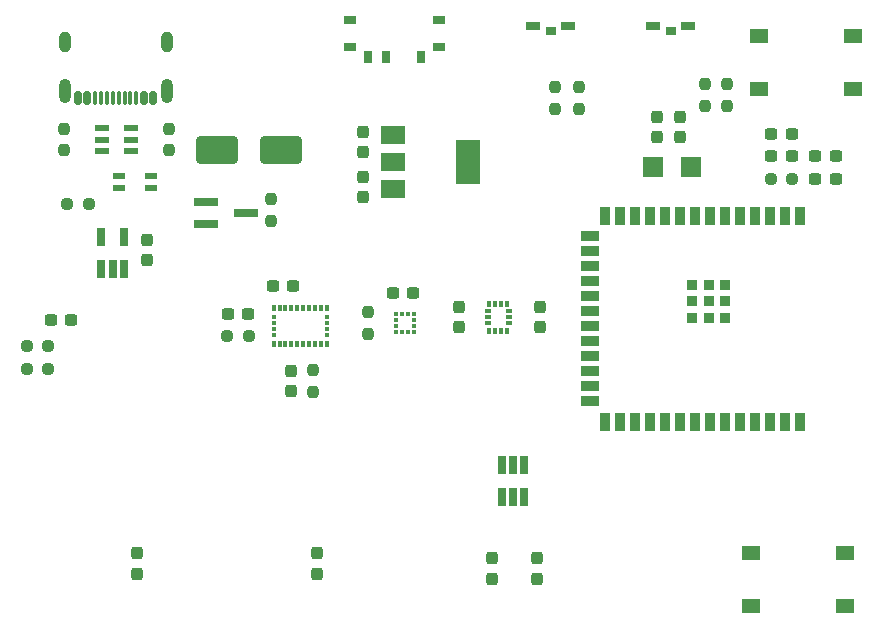
<source format=gbr>
%TF.GenerationSoftware,KiCad,Pcbnew,7.0.8*%
%TF.CreationDate,2024-03-17T18:00:06+01:00*%
%TF.ProjectId,HM_mainboard,484d5f6d-6169-46e6-926f-6172642e6b69,rev?*%
%TF.SameCoordinates,Original*%
%TF.FileFunction,Paste,Top*%
%TF.FilePolarity,Positive*%
%FSLAX46Y46*%
G04 Gerber Fmt 4.6, Leading zero omitted, Abs format (unit mm)*
G04 Created by KiCad (PCBNEW 7.0.8) date 2024-03-17 18:00:06*
%MOMM*%
%LPD*%
G01*
G04 APERTURE LIST*
G04 Aperture macros list*
%AMRoundRect*
0 Rectangle with rounded corners*
0 $1 Rounding radius*
0 $2 $3 $4 $5 $6 $7 $8 $9 X,Y pos of 4 corners*
0 Add a 4 corners polygon primitive as box body*
4,1,4,$2,$3,$4,$5,$6,$7,$8,$9,$2,$3,0*
0 Add four circle primitives for the rounded corners*
1,1,$1+$1,$2,$3*
1,1,$1+$1,$4,$5*
1,1,$1+$1,$6,$7*
1,1,$1+$1,$8,$9*
0 Add four rect primitives between the rounded corners*
20,1,$1+$1,$2,$3,$4,$5,0*
20,1,$1+$1,$4,$5,$6,$7,0*
20,1,$1+$1,$6,$7,$8,$9,0*
20,1,$1+$1,$8,$9,$2,$3,0*%
G04 Aperture macros list end*
%ADD10RoundRect,0.237500X0.237500X-0.300000X0.237500X0.300000X-0.237500X0.300000X-0.237500X-0.300000X0*%
%ADD11RoundRect,0.237500X-0.237500X0.250000X-0.237500X-0.250000X0.237500X-0.250000X0.237500X0.250000X0*%
%ADD12RoundRect,0.237500X0.237500X-0.250000X0.237500X0.250000X-0.237500X0.250000X-0.237500X-0.250000X0*%
%ADD13R,0.650000X1.560000*%
%ADD14R,0.304800X0.533400*%
%ADD15R,0.431800X0.304800*%
%ADD16RoundRect,0.031500X-0.143500X0.168500X-0.143500X-0.168500X0.143500X-0.168500X0.143500X0.168500X0*%
%ADD17RoundRect,0.035000X-0.165000X0.140000X-0.165000X-0.140000X0.165000X-0.140000X0.165000X0.140000X0*%
%ADD18RoundRect,0.237500X-0.237500X0.300000X-0.237500X-0.300000X0.237500X-0.300000X0.237500X0.300000X0*%
%ADD19R,0.900000X1.500000*%
%ADD20R,1.500000X0.900000*%
%ADD21R,0.900000X0.900000*%
%ADD22R,1.750000X1.800000*%
%ADD23R,0.700000X1.000000*%
%ADD24R,1.000000X0.800000*%
%ADD25RoundRect,0.237500X-0.300000X-0.237500X0.300000X-0.237500X0.300000X0.237500X-0.300000X0.237500X0*%
%ADD26R,1.550000X1.300000*%
%ADD27R,1.150000X0.600000*%
%ADD28RoundRect,0.237500X-0.250000X-0.237500X0.250000X-0.237500X0.250000X0.237500X-0.250000X0.237500X0*%
%ADD29RoundRect,0.250000X-1.500000X-0.900000X1.500000X-0.900000X1.500000X0.900000X-1.500000X0.900000X0*%
%ADD30RoundRect,0.237500X0.300000X0.237500X-0.300000X0.237500X-0.300000X-0.237500X0.300000X-0.237500X0*%
%ADD31R,1.100000X0.600000*%
%ADD32RoundRect,0.150000X0.150000X0.425000X-0.150000X0.425000X-0.150000X-0.425000X0.150000X-0.425000X0*%
%ADD33RoundRect,0.075000X0.075000X0.500000X-0.075000X0.500000X-0.075000X-0.500000X0.075000X-0.500000X0*%
%ADD34O,1.000000X2.100000*%
%ADD35O,1.000000X1.800000*%
%ADD36R,2.000000X0.650000*%
%ADD37RoundRect,0.237500X0.250000X0.237500X-0.250000X0.237500X-0.250000X-0.237500X0.250000X-0.237500X0*%
%ADD38R,0.900000X0.700000*%
%ADD39R,1.200000X0.700000*%
%ADD40R,2.000000X1.500000*%
%ADD41R,2.000000X3.800000*%
%ADD42R,0.300000X0.600000*%
%ADD43R,0.600000X0.300000*%
G04 APERTURE END LIST*
D10*
%TO.C,C16*%
X166116000Y-99922500D03*
X166116000Y-98197500D03*
%TD*%
D11*
%TO.C,R14*%
X146892474Y-103547225D03*
X146892474Y-105372225D03*
%TD*%
D12*
%TO.C,R8*%
X180086000Y-81176500D03*
X180086000Y-79351500D03*
%TD*%
D13*
%TO.C,U4*%
X162880000Y-114300000D03*
X163830000Y-114300000D03*
X164780000Y-114300000D03*
X164780000Y-111600000D03*
X163830000Y-111600000D03*
X162880000Y-111600000D03*
%TD*%
D14*
%TO.C,U6*%
X143546001Y-98285300D03*
D15*
X143560800Y-99071999D03*
X143560800Y-99572000D03*
X143560800Y-100072000D03*
X143560800Y-100572001D03*
D14*
X143546001Y-101358700D03*
X144046001Y-101358700D03*
X144546000Y-101358700D03*
X145045999Y-101358700D03*
X145546000Y-101358700D03*
X146046000Y-101358700D03*
X146546001Y-101358700D03*
X147046000Y-101358700D03*
X147545999Y-101358700D03*
X148045999Y-101358700D03*
D15*
X148031200Y-100572001D03*
X148031200Y-100072000D03*
X148031200Y-99572000D03*
X148031200Y-99071999D03*
D14*
X148045999Y-98285300D03*
X147545999Y-98285300D03*
X147046000Y-98285300D03*
X146546001Y-98285300D03*
X146046000Y-98285300D03*
X145546000Y-98285300D03*
X145045999Y-98285300D03*
X144546000Y-98285300D03*
X144046001Y-98285300D03*
%TD*%
D16*
%TO.C,U5*%
X155448000Y-98780000D03*
X154948000Y-98790000D03*
X154448000Y-98790000D03*
X153948000Y-98780000D03*
D17*
X153933000Y-99305000D03*
X153933000Y-99805000D03*
D16*
X153948000Y-100330000D03*
X154448000Y-100320000D03*
X154948000Y-100320000D03*
X155448000Y-100330000D03*
D17*
X155463000Y-99805000D03*
X155463000Y-99305000D03*
%TD*%
D12*
%TO.C,R9*%
X181961000Y-81176500D03*
X181961000Y-79351500D03*
%TD*%
D18*
%TO.C,C6*%
X176022000Y-82095000D03*
X176022000Y-83820000D03*
%TD*%
%TO.C,C15*%
X159258000Y-98197500D03*
X159258000Y-99922500D03*
%TD*%
D19*
%TO.C,U3*%
X188110000Y-90450000D03*
X186840000Y-90450000D03*
X185570000Y-90450000D03*
X184300000Y-90450000D03*
X183030000Y-90450000D03*
X181760000Y-90450000D03*
X180490000Y-90450000D03*
X179220000Y-90450000D03*
X177950000Y-90450000D03*
X176680000Y-90450000D03*
X175410000Y-90450000D03*
X174140000Y-90450000D03*
X172870000Y-90450000D03*
X171600000Y-90450000D03*
D20*
X170350000Y-92215000D03*
X170350000Y-93485000D03*
X170350000Y-94755000D03*
X170350000Y-96025000D03*
X170350000Y-97295000D03*
X170350000Y-98565000D03*
X170350000Y-99835000D03*
X170350000Y-101105000D03*
X170350000Y-102375000D03*
X170350000Y-103645000D03*
X170350000Y-104915000D03*
X170350000Y-106185000D03*
D19*
X171600000Y-107950000D03*
X172870000Y-107950000D03*
X174140000Y-107950000D03*
X175410000Y-107950000D03*
X176680000Y-107950000D03*
X177950000Y-107950000D03*
X179220000Y-107950000D03*
X180490000Y-107950000D03*
X181760000Y-107950000D03*
X183030000Y-107950000D03*
X184300000Y-107950000D03*
X185570000Y-107950000D03*
X186840000Y-107950000D03*
X188110000Y-107950000D03*
D21*
X181790000Y-96300000D03*
X180390000Y-96300000D03*
X178990000Y-96300000D03*
X178990000Y-96300000D03*
X181790000Y-97700000D03*
X181790000Y-97700000D03*
X180390000Y-97700000D03*
X178990000Y-97700000D03*
X181790000Y-99100000D03*
X180390000Y-99100000D03*
X178990000Y-99100000D03*
%TD*%
D22*
%TO.C,Y1*%
X175667000Y-86360000D03*
X178917000Y-86360000D03*
%TD*%
D10*
%TO.C,C3*%
X151130000Y-88915000D03*
X151130000Y-87190000D03*
%TD*%
D23*
%TO.C,S3*%
X156050000Y-77050000D03*
X153050000Y-77050000D03*
X151550000Y-77050000D03*
D24*
X157550000Y-76150000D03*
X150050000Y-76150000D03*
X150050000Y-73850000D03*
X157550000Y-73850000D03*
%TD*%
D25*
%TO.C,C17*%
X153660500Y-97028000D03*
X155385500Y-97028000D03*
%TD*%
D26*
%TO.C,S2*%
X184620000Y-75220000D03*
X192570000Y-75220000D03*
X184620000Y-79720000D03*
X192570000Y-79720000D03*
%TD*%
D12*
%TO.C,R1*%
X143353000Y-90892500D03*
X143353000Y-89067500D03*
%TD*%
D27*
%TO.C,D2*%
X129005000Y-83065000D03*
X129005000Y-84015000D03*
X129005000Y-84965000D03*
X131505000Y-84965000D03*
X131505000Y-84015000D03*
X131505000Y-83065000D03*
%TD*%
D28*
%TO.C,R2*%
X126087500Y-89500000D03*
X127912500Y-89500000D03*
%TD*%
D29*
%TO.C,D1*%
X138748000Y-84900000D03*
X144148000Y-84900000D03*
%TD*%
D30*
%TO.C,C1*%
X126426000Y-99281000D03*
X124701000Y-99281000D03*
%TD*%
%TO.C,C10*%
X187405000Y-85410000D03*
X185680000Y-85410000D03*
%TD*%
D13*
%TO.C,U1*%
X128971000Y-94963000D03*
X129921000Y-94963000D03*
X130871000Y-94963000D03*
X130871000Y-92263000D03*
X128971000Y-92263000D03*
%TD*%
D12*
%TO.C,R10*%
X167386000Y-81430500D03*
X167386000Y-79605500D03*
%TD*%
%TO.C,R11*%
X169418000Y-81430500D03*
X169418000Y-79605500D03*
%TD*%
D31*
%TO.C,FL1*%
X130476000Y-88130000D03*
X133176000Y-88130000D03*
X133176000Y-87130000D03*
X130476000Y-87130000D03*
%TD*%
D32*
%TO.C,J2*%
X133375000Y-80515000D03*
X132575000Y-80515000D03*
D33*
X131425000Y-80515000D03*
X130425000Y-80515000D03*
X129925000Y-80515000D03*
X128925000Y-80515000D03*
D32*
X127775000Y-80515000D03*
X126975000Y-80515000D03*
X126975000Y-80515000D03*
X127775000Y-80515000D03*
D33*
X128425000Y-80515000D03*
X129425000Y-80515000D03*
X130925000Y-80515000D03*
X131925000Y-80515000D03*
D32*
X132575000Y-80515000D03*
X133375000Y-80515000D03*
D34*
X134495000Y-79940000D03*
D35*
X134495000Y-75760000D03*
D34*
X125855000Y-79940000D03*
D35*
X125855000Y-75760000D03*
%TD*%
D30*
%TO.C,C8*%
X191135000Y-87315000D03*
X189410000Y-87315000D03*
%TD*%
%TO.C,C9*%
X187405000Y-83505000D03*
X185680000Y-83505000D03*
%TD*%
D10*
%TO.C,C13*%
X147240000Y-120785000D03*
X147240000Y-119060000D03*
%TD*%
D18*
%TO.C,C4*%
X132842000Y-92496500D03*
X132842000Y-94221500D03*
%TD*%
D25*
%TO.C,C20*%
X143455999Y-96398700D03*
X145180999Y-96398700D03*
%TD*%
D12*
%TO.C,R5*%
X134700000Y-84927500D03*
X134700000Y-83102500D03*
%TD*%
D36*
%TO.C,Q1*%
X137830000Y-89300000D03*
X137830000Y-91200000D03*
X141250000Y-90250000D03*
%TD*%
D10*
%TO.C,C11*%
X165862000Y-121192500D03*
X165862000Y-119467500D03*
%TD*%
D37*
%TO.C,R3*%
X124474000Y-101506000D03*
X122649000Y-101506000D03*
%TD*%
D30*
%TO.C,C18*%
X141404974Y-98744725D03*
X139679974Y-98744725D03*
%TD*%
D28*
%TO.C,R7*%
X185630000Y-87315000D03*
X187455000Y-87315000D03*
%TD*%
D38*
%TO.C,D3*%
X177165000Y-74830000D03*
D39*
X178665000Y-74430000D03*
X175665000Y-74430000D03*
%TD*%
D38*
%TO.C,D4*%
X167000000Y-74800000D03*
D39*
X168500000Y-74400000D03*
X165500000Y-74400000D03*
%TD*%
D40*
%TO.C,U2*%
X153695000Y-83620000D03*
X153695000Y-85920000D03*
D41*
X159995000Y-85920000D03*
D40*
X153695000Y-88220000D03*
%TD*%
D10*
%TO.C,C12*%
X162052000Y-121192500D03*
X162052000Y-119467500D03*
%TD*%
D37*
%TO.C,R13*%
X141454974Y-100649725D03*
X139629974Y-100649725D03*
%TD*%
D12*
%TO.C,R6*%
X125810000Y-84927500D03*
X125810000Y-83102500D03*
%TD*%
D26*
%TO.C,S1*%
X191935000Y-123535000D03*
X183985000Y-123535000D03*
X191935000Y-119035000D03*
X183985000Y-119035000D03*
%TD*%
D12*
%TO.C,R12*%
X151523000Y-100467500D03*
X151523000Y-98642500D03*
%TD*%
D28*
%TO.C,R4*%
X122649000Y-103411000D03*
X124474000Y-103411000D03*
%TD*%
D30*
%TO.C,C7*%
X191135000Y-85410000D03*
X189410000Y-85410000D03*
%TD*%
D18*
%TO.C,C5*%
X177927000Y-82095000D03*
X177927000Y-83820000D03*
%TD*%
%TO.C,C2*%
X151130000Y-83380000D03*
X151130000Y-85105000D03*
%TD*%
D10*
%TO.C,C14*%
X132000000Y-120785000D03*
X132000000Y-119060000D03*
%TD*%
%TO.C,C19*%
X144987474Y-105322225D03*
X144987474Y-103597225D03*
%TD*%
D42*
%TO.C,AC1*%
X161810000Y-100210000D03*
X162310000Y-100210000D03*
X162810000Y-100210000D03*
X163310000Y-100210000D03*
D43*
X163460000Y-99560000D03*
X163460000Y-99060000D03*
X163460000Y-98560000D03*
D42*
X163310000Y-97910000D03*
X162810000Y-97910000D03*
X162310000Y-97910000D03*
X161810000Y-97910000D03*
D43*
X161660000Y-98560000D03*
X161660000Y-99060000D03*
X161660000Y-99560000D03*
%TD*%
M02*

</source>
